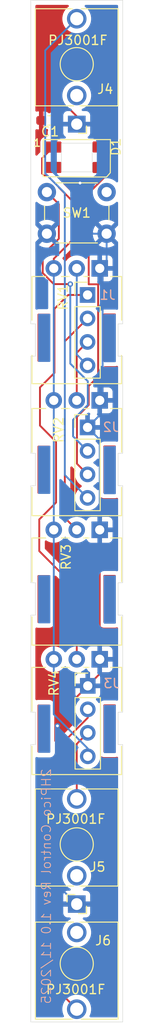
<source format=kicad_pcb>
(kicad_pcb (version 20241229) (generator "pcbnew") (generator_version "9.0")
  (layers (0 "F.Cu" signal) (2 "B.Cu" signal) (13 "F.Paste" user) (15 "B.Paste" user) (5 "F.SilkS" user "F.Silkscreen") (7 "B.SilkS" user "B.Silkscreen") (1 "F.Mask" user) (3 "B.Mask" user) (25 "Edge.Cuts" user))
  (net 0 "")
  (net 1 "+3.3V")
  (net 2 "GND")
  (net 3 "Net-(D1-DIN)")
  (net 4 "Net-(J1-Pin_4)")
  (net 5 "Net-(J1-Pin_1)")
  (net 6 "Net-(J1-Pin_3)")
  (net 7 "Net-(J1-Pin_2)")
  (net 8 "Net-(J2-Pin_2)")
  (net 9 "Net-(J2-Pin_4)")
  (net 10 "Net-(J3-Pin_3)")
  (net 11 "Net-(J3-Pin_2)")
  (footprint "Connector_PinHeader_2.54mm:PinHeader_1x04_P2.54mm_Vertical" (layer "F.Cu") (at 130.2 115.15)
    (property "Reference" "J3" (at 2.57 -0.26 0) (layer "B.SilkS") (effects (justify mirror)))
    (property "Value" "Conn_01x04_Pin")
    (fp_line (start -1.38 -1.38) (end 0 -1.38) (stroke (width 0.12)) (layer "F.SilkS"))
    (fp_line (start -1.38 0) (end -1.38 -1.38) (stroke (width 0.12)) (layer "F.SilkS"))
    (fp_line (start -1.38 1.27) (end -1.38 9) (stroke (width 0.12)) (layer "F.SilkS"))
    (fp_line (start -1.38 1.27) (end 1.38 1.27) (stroke (width 0.12)) (layer "F.SilkS"))
    (fp_line (start -1.38 9) (end 1.38 9) (stroke (width 0.12)) (layer "F.SilkS"))
    (fp_line (start 1.38 1.27) (end 1.38 9) (stroke (width 0.12)) (layer "F.SilkS"))
    (pad "1" thru_hole rect (at 0 0) (size 1.7 1.7) (drill 1) (layers "*.Cu" "*.Mask") (net 2 "GND"))
    (pad "2" thru_hole circle (at 0 2.54) (size 1.7 1.7) (drill 1) (layers "*.Cu" "*.Mask") (net 11 "Net-(J3-Pin_2)"))
    (pad "3" thru_hole circle (at 0 5.08) (size 1.7 1.7) (drill 1) (layers "*.Cu" "*.Mask") (net 10 "Net-(J3-Pin_3)"))
    (pad "4" thru_hole circle (at 0 7.62) (size 1.7 1.7) (drill 1) (layers "*.Cu" "*.Mask") (net 1 "+3.3V"))
  )
  (footprint "MyLibrary:LED_OPSCO_SK6812_MINI-E_5.0x5.0mm_P3.1mm" (layer "F.Cu") (at 128.95 57.96)
    (property "Reference" "D1" (at 4.31 -1.1 90) (layer "F.SilkS"))
    (property "Value" "SK6812E-MINI")
    (fp_line (start -3.6175 2.125) (end 3.25 2.16) (stroke (width 0.12)) (layer "F.SilkS"))
    (fp_line (start -3.61 -1.89) (end 3.715 -1.89) (stroke (width 0.12)) (layer "F.SilkS"))
    (fp_line (start -3.60263 -1.8899) (end -3.6175 2.125) (stroke (width 0.12)) (layer "F.SilkS"))
    (fp_line (start 3.29 2.16) (end 3.7 1.7) (stroke (width 0.12)) (layer "F.SilkS"))
    (fp_line (start 3.7 1.7) (end 3.715 -1.895) (stroke (width 0.12)) (layer "F.SilkS"))
    (fp_text user "1" (at -4.26 -1.53 0) (layer "F.SilkS") (effects (font (size 0.8 0.8))))
    (pad "1" smd roundrect (at -2.51 -1.08) (size 1.8 1.2) (layers "F.Cu" "F.Mask" "F.Paste") (roundrect_rratio 0.1) (net 1 "+3.3V"))
    (pad "2" smd roundrect (at -2.52 1.12) (size 1.8 1.2) (layers "F.Cu" "F.Mask" "F.Paste") (roundrect_rratio 0.1))
    (pad "3" smd roundrect (at 2.67 1.13) (size 1.8 1.2) (layers "F.Cu" "F.Mask" "F.Paste") (roundrect_rratio 0.1) (net 2 "GND"))
    (pad "4" smd roundrect (at 2.67 -1.09) (size 1.8 1.2) (layers "F.Cu" "F.Mask" "F.Paste") (roundrect_rratio 0.1) (net 3 "Net-(D1-DIN)"))
  )
  (footprint "Benjmodular:AudioJack_3.5mm" (layer "F.Cu") (at 129 138.78 180)
    (property "Reference" "J5" (at -2.26 4.04 180) (layer "F.SilkS"))
    (property "Value" "PJ3001F" (at 0.12 9.23 180) (layer "F.SilkS"))
    (fp_line (start 4.5 12.48) (end 0.5 12.48) (stroke (width 0.12)) (layer "F.SilkS"))
    (fp_line (start 4.5 1.98) (end 4.5 12.48) (stroke (width 0.12)) (layer "F.SilkS"))
    (fp_line (start 4.5 1.98) (end 0.35 1.98) (stroke (width 0.12)) (layer "F.SilkS"))
    (fp_line (start -0.35 1.98) (end -4.5 1.98) (stroke (width 0.12)) (layer "F.SilkS"))
    (fp_line (start -0.5 12.48) (end -4.5 12.48) (stroke (width 0.12)) (layer "F.SilkS"))
    (fp_line (start -1.06 -1) (end -0.2 -1) (stroke (width 0.12)) (layer "F.SilkS"))
    (fp_line (start -1.06 -1) (end -1.06 -0.2) (stroke (width 0.12)) (layer "F.SilkS"))
    (fp_line (start -4.5 1.98) (end -4.5 12.48) (stroke (width 0.12)) (layer "F.SilkS"))
    (fp_circle (center 0 6.48) (end 1.8 6.48) (stroke (width 0.12)) (fill no) (layer "F.SilkS"))
    (pad "S" thru_hole rect (at 0 0) (size 1.93 1.83) (drill 1.22) (layers "*.Cu" "*.Mask") (net 2 "GND"))
    (pad "T" thru_hole circle (at 0 11.4) (size 2.13 2.13) (drill 1.43) (layers "*.Cu" "*.Mask") (net 10 "Net-(J3-Pin_3)"))
    (pad "TN" thru_hole circle (at 0 3.1) (size 2.13 2.13) (drill 1.42) (layers "*.Cu" "*.Mask"))
  )
  (footprint "Connector_PinHeader_2.54mm:PinHeader_1x04_P2.54mm_Vertical" (layer "F.Cu") (at 130.175 72.875)
    (property "Reference" "J1" (at 2.18 0.01 0) (layer "B.SilkS") (effects (justify mirror)))
    (property "Value" "Conn_01x04_Pin")
    (fp_line (start -1.38 -1.38) (end 0 -1.38) (stroke (width 0.12)) (layer "F.SilkS"))
    (fp_line (start -1.38 0) (end -1.38 -1.38) (stroke (width 0.12)) (layer "F.SilkS"))
    (fp_line (start -1.38 1.27) (end -1.38 9) (stroke (width 0.12)) (layer "F.SilkS"))
    (fp_line (start -1.38 1.27) (end 1.38 1.27) (stroke (width 0.12)) (layer "F.SilkS"))
    (fp_line (start -1.38 9) (end 1.38 9) (stroke (width 0.12)) (layer "F.SilkS"))
    (fp_line (start 1.38 1.27) (end 1.38 9) (stroke (width 0.12)) (layer "F.SilkS"))
    (pad "1" thru_hole rect (at 0 0) (size 1.7 1.7) (drill 1) (layers "*.Cu" "*.Mask") (net 5 "Net-(J1-Pin_1)"))
    (pad "2" thru_hole circle (at 0 2.54) (size 1.7 1.7) (drill 1) (layers "*.Cu" "*.Mask") (net 7 "Net-(J1-Pin_2)"))
    (pad "3" thru_hole circle (at 0 5.08) (size 1.7 1.7) (drill 1) (layers "*.Cu" "*.Mask") (net 6 "Net-(J1-Pin_3)"))
    (pad "4" thru_hole circle (at 0 7.62) (size 1.7 1.7) (drill 1) (layers "*.Cu" "*.Mask") (net 4 "Net-(J1-Pin_4)"))
  )
  (footprint "Benjmodular:AudioJack_3.5mm" (layer "F.Cu") (at 129 54.4 180)
    (property "Reference" "J4" (at -3.1 3.78 180) (layer "F.SilkS"))
    (property "Value" "PJ3001F" (at -0.12 9.07 180) (layer "F.SilkS"))
    (fp_line (start 4.5 12.48) (end 0.5 12.48) (stroke (width 0.12)) (layer "F.SilkS"))
    (fp_line (start 4.5 1.98) (end 4.5 12.48) (stroke (width 0.12)) (layer "F.SilkS"))
    (fp_line (start 4.5 1.98) (end 0.35 1.98) (stroke (width 0.12)) (layer "F.SilkS"))
    (fp_line (start -0.35 1.98) (end -4.5 1.98) (stroke (width 0.12)) (layer "F.SilkS"))
    (fp_line (start -0.5 12.48) (end -4.5 12.48) (stroke (width 0.12)) (layer "F.SilkS"))
    (fp_line (start -1.06 -1) (end -0.2 -1) (stroke (width 0.12)) (layer "F.SilkS"))
    (fp_line (start -1.06 -1) (end -1.06 -0.2) (stroke (width 0.12)) (layer "F.SilkS"))
    (fp_line (start -4.5 1.98) (end -4.5 12.48) (stroke (width 0.12)) (layer "F.SilkS"))
    (fp_circle (center 0 6.48) (end 1.8 6.48) (stroke (width 0.12)) (fill no) (layer "F.SilkS"))
    (pad "S" thru_hole rect (at 0 0) (size 1.93 1.83) (drill 1.22) (layers "*.Cu" "*.Mask") (net 2 "GND"))
    (pad "T" thru_hole circle (at 0 11.4) (size 2.13 2.13) (drill 1.43) (layers "*.Cu" "*.Mask") (net 9 "Net-(J2-Pin_4)"))
    (pad "TN" thru_hole circle (at 0 3.1) (size 2.13 2.13) (drill 1.42) (layers "*.Cu" "*.Mask"))
  )
  (footprint "Benjmodular:Potentiometer_RV09_10HP" (layer "F.Cu") (at 131.5 112.275 -90)
    (property "Reference" "RV4" (at 2.575 4.98 270) (layer "F.SilkS"))
    (property "Value" "R_Potentiometer_US")
    (fp_rect (start 4.995 5.5425) (end 9.995 6.6675) (stroke (width 0.2)) (fill yes) (layer "F.Cu"))
    (fp_rect (start 4.98 -1.6225) (end 9.98 -0.4975) (stroke (width 0.2)) (fill yes) (layer "F.Cu"))
    (fp_rect (start 5.035 5.495) (end 9.985 6.545) (stroke (width 0.2)) (fill no) (layer "B.Cu"))
    (fp_rect (start 5.015 5.4725) (end 10.015 6.5975) (stroke (width 0.2)) (fill yes) (layer "B.Cu"))
    (fp_rect (start 5.05 -1.6525) (end 10.05 -0.5275) (stroke (width 0.2)) (fill yes) (layer "B.Cu"))
    (fp_line (start 0.88 7.37) (end 5.6 7.37) (stroke (width 0.12)) (layer "F.SilkS"))
    (fp_line (start 0.88 7.37) (end 0.88 5.88) (stroke (width 0.12)) (layer "F.SilkS"))
    (fp_line (start 9.41 7.37) (end 12.47 7.37) (stroke (width 0.12)) (layer "F.SilkS"))
    (fp_line (start 12.47 7.37) (end 12.47 -2.37) (stroke (width 0.12)) (layer "F.SilkS"))
    (fp_line (start 0.88 4.16) (end 0.88 3.33) (stroke (width 0.12)) (layer "F.SilkS"))
    (fp_line (start 0.88 1.71) (end 0.88 1.18) (stroke (width 0.12)) (layer "F.SilkS"))
    (fp_line (start 0.88 -1.19) (end 0.88 -2.37) (stroke (width 0.12)) (layer "F.SilkS"))
    (fp_line (start 9.41 -2.37) (end 12.47 -2.37) (stroke (width 0.12)) (layer "F.SilkS"))
    (fp_line (start 0.88 -2.38) (end 5.6 -2.38) (stroke (width 0.12)) (layer "F.SilkS"))
    (pad "1" thru_hole rect (at 0 0) (size 1.8 1.8) (drill 1) (layers "*.Cu" "*.Mask") (net 2 "GND"))
    (pad "2" thru_hole circle (at 0 2.5) (size 1.8 1.8) (drill 1) (layers "*.Cu" "*.Mask") (net 5 "Net-(J1-Pin_1)"))
    (pad "3" thru_hole circle (at 0 5) (size 1.8 1.8) (drill 1) (layers "*.Cu" "*.Mask") (net 1 "+3.3V"))
  )
  (footprint "Connector_PinHeader_2.54mm:PinHeader_1x04_P2.54mm_Vertical" (layer "F.Cu") (at 130.175 87.2)
    (property "Reference" "J2" (at 2.53 -0.03 0) (layer "B.SilkS") (effects (justify mirror)))
    (property "Value" "Conn_01x04_Pin")
    (fp_line (start -1.38 -1.38) (end 0 -1.38) (stroke (width 0.12)) (layer "F.SilkS"))
    (fp_line (start -1.38 0) (end -1.38 -1.38) (stroke (width 0.12)) (layer "F.SilkS"))
    (fp_line (start -1.38 1.27) (end -1.38 9) (stroke (width 0.12)) (layer "F.SilkS"))
    (fp_line (start -1.38 1.27) (end 1.38 1.27) (stroke (width 0.12)) (layer "F.SilkS"))
    (fp_line (start -1.38 9) (end 1.38 9) (stroke (width 0.12)) (layer "F.SilkS"))
    (fp_line (start 1.38 1.27) (end 1.38 9) (stroke (width 0.12)) (layer "F.SilkS"))
    (pad "1" thru_hole rect (at 0 0) (size 1.7 1.7) (drill 1) (layers "*.Cu" "*.Mask") (net 2 "GND"))
    (pad "2" thru_hole circle (at 0 2.54) (size 1.7 1.7) (drill 1) (layers "*.Cu" "*.Mask") (net 8 "Net-(J2-Pin_2)"))
    (pad "3" thru_hole circle (at 0 5.08) (size 1.7 1.7) (drill 1) (layers "*.Cu" "*.Mask") (net 3 "Net-(D1-DIN)"))
    (pad "4" thru_hole circle (at 0 7.62) (size 1.7 1.7) (drill 1) (layers "*.Cu" "*.Mask") (net 9 "Net-(J2-Pin_4)"))
  )
  (footprint "Benjmodular:Potentiometer_RV09_10HP" (layer "F.Cu") (at 131.5 84.275 -90)
    (property "Reference" "RV2" (at 3.195 4.47 90) (layer "F.SilkS"))
    (property "Value" "R_Potentiometer_US")
    (fp_rect (start 4.995 5.5425) (end 9.995 6.6675) (stroke (width 0.2)) (fill yes) (layer "F.Cu"))
    (fp_rect (start 4.98 -1.6225) (end 9.98 -0.4975) (stroke (width 0.2)) (fill yes) (layer "F.Cu"))
    (fp_rect (start 5.035 5.495) (end 9.985 6.545) (stroke (width 0.2)) (fill no) (layer "B.Cu"))
    (fp_rect (start 5.015 5.4725) (end 10.015 6.5975) (stroke (width 0.2)) (fill yes) (layer "B.Cu"))
    (fp_rect (start 5.05 -1.6525) (end 10.05 -0.5275) (stroke (width 0.2)) (fill yes) (layer "B.Cu"))
    (fp_line (start 0.88 7.37) (end 5.6 7.37) (stroke (width 0.12)) (layer "F.SilkS"))
    (fp_line (start 0.88 7.37) (end 0.88 5.88) (stroke (width 0.12)) (layer "F.SilkS"))
    (fp_line (start 9.41 7.37) (end 12.47 7.37) (stroke (width 0.12)) (layer "F.SilkS"))
    (fp_line (start 12.47 7.37) (end 12.47 -2.37) (stroke (width 0.12)) (layer "F.SilkS"))
    (fp_line (start 0.88 4.16) (end 0.88 3.33) (stroke (width 0.12)) (layer "F.SilkS"))
    (fp_line (start 0.88 1.71) (end 0.88 1.18) (stroke (width 0.12)) (layer "F.SilkS"))
    (fp_line (start 0.88 -1.19) (end 0.88 -2.37) (stroke (width 0.12)) (layer "F.SilkS"))
    (fp_line (start 9.41 -2.37) (end 12.47 -2.37) (stroke (width 0.12)) (layer "F.SilkS"))
    (fp_line (start 0.88 -2.38) (end 5.6 -2.38) (stroke (width 0.12)) (layer "F.SilkS"))
    (pad "1" thru_hole rect (at 0 0) (size 1.8 1.8) (drill 1) (layers "*.Cu" "*.Mask") (net 2 "GND"))
    (pad "2" thru_hole circle (at 0 2.5) (size 1.8 1.8) (drill 1) (layers "*.Cu" "*.Mask") (net 6 "Net-(J1-Pin_3)"))
    (pad "3" thru_hole circle (at 0 5) (size 1.8 1.8) (drill 1) (layers "*.Cu" "*.Mask") (net 1 "+3.3V"))
  )
  (footprint "Benjmodular:Potentiometer_RV09_10HP" (layer "F.Cu") (at 131.5 98.275 -90)
    (property "Reference" "RV3" (at 2.945 3.66 90) (layer "F.SilkS"))
    (property "Value" "R_Potentiometer_US")
    (fp_rect (start 4.995 5.5425) (end 9.995 6.6675) (stroke (width 0.2)) (fill yes) (layer "F.Cu"))
    (fp_rect (start 4.98 -1.6225) (end 9.98 -0.4975) (stroke (width 0.2)) (fill yes) (layer "F.Cu"))
    (fp_rect (start 5.035 5.495) (end 9.985 6.545) (stroke (width 0.2)) (fill no) (layer "B.Cu"))
    (fp_rect (start 5.015 5.4725) (end 10.015 6.5975) (stroke (width 0.2)) (fill yes) (layer "B.Cu"))
    (fp_rect (start 5.05 -1.6525) (end 10.05 -0.5275) (stroke (width 0.2)) (fill yes) (layer "B.Cu"))
    (fp_line (start 0.88 7.37) (end 5.6 7.37) (stroke (width 0.12)) (layer "F.SilkS"))
    (fp_line (start 0.88 7.37) (end 0.88 5.88) (stroke (width 0.12)) (layer "F.SilkS"))
    (fp_line (start 9.41 7.37) (end 12.47 7.37) (stroke (width 0.12)) (layer "F.SilkS"))
    (fp_line (start 12.47 7.37) (end 12.47 -2.37) (stroke (width 0.12)) (layer "F.SilkS"))
    (fp_line (start 0.88 4.16) (end 0.88 3.33) (stroke (width 0.12)) (layer "F.SilkS"))
    (fp_line (start 0.88 1.71) (end 0.88 1.18) (stroke (width 0.12)) (layer "F.SilkS"))
    (fp_line (start 0.88 -1.19) (end 0.88 -2.37) (stroke (width 0.12)) (layer "F.SilkS"))
    (fp_line (start 9.41 -2.37) (end 12.47 -2.37) (stroke (width 0.12)) (layer "F.SilkS"))
    (fp_line (start 0.88 -2.38) (end 5.6 -2.38) (stroke (width 0.12)) (layer "F.SilkS"))
    (pad "1" thru_hole rect (at 0 0) (size 1.8 1.8) (drill 1) (layers "*.Cu" "*.Mask") (net 2 "GND"))
    (pad "2" thru_hole circle (at 0 2.5) (size 1.8 1.8) (drill 1) (layers "*.Cu" "*.Mask") (net 7 "Net-(J1-Pin_2)"))
    (pad "3" thru_hole circle (at 0 5) (size 1.8 1.8) (drill 1) (layers "*.Cu" "*.Mask") (net 1 "+3.3V"))
  )
  (footprint "Capacitor_SMD:C_0603_1608Metric_Pad1.08x0.95mm_HandSolder" (layer "F.Cu") (at 126 54 180)
    (property "Reference" "C1" (at -0.1 -1.21 0) (layer "F.SilkS"))
    (property "Value" ".1u")
    (fp_line (start -0.146267 0.51) (end 0.146267 0.51) (stroke (width 0.12)) (layer "F.SilkS"))
    (fp_line (start -0.146267 -0.51) (end 0.146267 -0.51) (stroke (width 0.12)) (layer "F.SilkS"))
    (pad "1" smd roundrect (at -0.8625 0 180) (size 1.075 0.95) (layers "F.Cu" "F.Mask" "F.Paste") (net 1 "+3.3V"))
    (pad "2" smd roundrect (at 0.8625 0 180) (size 1.075 0.95) (layers "F.Cu" "F.Mask" "F.Paste") (net 2 "GND"))
  )
  (footprint "Benjmodular:Potentiometer_RV09_10HP" (layer "F.Cu") (at 131.5 70 -90)
    (property "Reference" "RV1" (at 3.13 4 90) (layer "F.SilkS"))
    (property "Value" "R_Potentiometer_US")
    (fp_rect (start 4.995 5.5425) (end 9.995 6.6675) (stroke (width 0.2)) (fill yes) (layer "F.Cu"))
    (fp_rect (start 4.98 -1.6225) (end 9.98 -0.4975) (stroke (width 0.2)) (fill yes) (layer "F.Cu"))
    (fp_rect (start 5.035 5.495) (end 9.985 6.545) (stroke (width 0.2)) (fill no) (layer "B.Cu"))
    (fp_rect (start 5.015 5.4725) (end 10.015 6.5975) (stroke (width 0.2)) (fill yes) (layer "B.Cu"))
    (fp_rect (start 5.05 -1.6525) (end 10.05 -0.5275) (stroke (width 0.2)) (fill yes) (layer "B.Cu"))
    (fp_line (start 0.88 7.37) (end 5.6 7.37) (stroke (width 0.12)) (layer "F.SilkS"))
    (fp_line (start 0.88 7.37) (end 0.88 5.88) (stroke (width 0.12)) (layer "F.SilkS"))
    (fp_line (start 9.41 7.37) (end 12.47 7.37) (stroke (width 0.12)) (layer "F.SilkS"))
    (fp_line (start 12.47 7.37) (end 12.47 -2.37) (stroke (width 0.12)) (layer "F.SilkS"))
    (fp_line (start 0.88 4.16) (end 0.88 3.33) (stroke (width 0.12)) (layer "F.SilkS"))
    (fp_line (start 0.88 1.71) (end 0.88 1.18) (stroke (width 0.12)) (layer "F.SilkS"))
    (fp_line (start 0.88 -1.19) (end 0.88 -2.37) (stroke (width 0.12)) (layer "F.SilkS"))
    (fp_line (start 9.41 -2.37) (end 12.47 -2.37) (stroke (width 0.12)) (layer "F.SilkS"))
    (fp_line (start 0.88 -2.38) (end 5.6 -2.38) (stroke (width 0.12)) (layer "F.SilkS"))
    (pad "1" thru_hole rect (at 0 0) (size 1.8 1.8) (drill 1) (layers "*.Cu" "*.Mask") (net 2 "GND"))
    (pad "2" thru_hole circle (at 0 2.5) (size 1.8 1.8) (drill 1) (layers "*.Cu" "*.Mask") (net 4 "Net-(J1-Pin_4)"))
    (pad "3" thru_hole circle (at 0 5) (size 1.8 1.8) (drill 1) (layers "*.Cu" "*.Mask") (net 1 "+3.3V"))
  )
  (footprint "Benjmodular:AudioJack_3.5mm" (layer "F.Cu") (at 129 138.72)
    (property "Reference" "J6" (at 2.87 3.98 0) (layer "F.SilkS"))
    (property "Value" "PJ3001F" (at -0.12 9.26 0) (layer "F.SilkS"))
    (fp_line (start -4.5 1.98) (end -4.5 12.48) (stroke (width 0.12)) (layer "F.SilkS"))
    (fp_line (start -1.06 -1) (end -1.06 -0.2) (stroke (width 0.12)) (layer "F.SilkS"))
    (fp_line (start -1.06 -1) (end -0.2 -1) (stroke (width 0.12)) (layer "F.SilkS"))
    (fp_line (start -0.5 12.48) (end -4.5 12.48) (stroke (width 0.12)) (layer "F.SilkS"))
    (fp_line (start -0.35 1.98) (end -4.5 1.98) (stroke (width 0.12)) (layer "F.SilkS"))
    (fp_line (start 4.5 1.98) (end 0.35 1.98) (stroke (width 0.12)) (layer "F.SilkS"))
    (fp_line (start 4.5 1.98) (end 4.5 12.48) (stroke (width 0.12)) (layer "F.SilkS"))
    (fp_line (start 4.5 12.48) (end 0.5 12.48) (stroke (width 0.12)) (layer "F.SilkS"))
    (fp_circle (center 0 6.48) (end 1.8 6.48) (stroke (width 0.12)) (fill no) (layer "F.SilkS"))
    (pad "S" thru_hole rect (at 0 0 180) (size 1.93 1.83) (drill 1.22) (layers "*.Cu" "*.Mask") (net 2 "GND"))
    (pad "T" thru_hole circle (at 0 11.4 180) (size 2.13 2.13) (drill 1.43) (layers "*.Cu" "*.Mask") (net 11 "Net-(J3-Pin_2)"))
    (pad "TN" thru_hole circle (at 0 3.1 180) (size 2.13 2.13) (drill 1.42) (layers "*.Cu" "*.Mask"))
  )
  (footprint "Button_Switch_THT:SW_PUSH_6mm" (layer "F.Cu") (at 132.25 66.25 180)
    (property "Reference" "SW1" (at 3.25 2.25 0) (layer "F.SilkS"))
    (property "Value" "SW_SPST")
    (fp_line (start 6.75 3) (end 6.75 1.5) (stroke (width 0.12)) (layer "F.SilkS"))
    (fp_line (start 5.5 -1) (end 1 -1) (stroke (width 0.12)) (layer "F.SilkS"))
    (fp_line (start 1 5.5) (end 5.5 5.5) (stroke (width 0.12)) (layer "F.SilkS"))
    (fp_line (start -0.25 1.5) (end -0.25 3) (stroke (width 0.12)) (layer "F.SilkS"))
    (pad "1" thru_hole circle (at 0 0 270) (size 2 2) (drill 1.1) (layers "*.Cu" "*.Mask") (net 2 "GND"))
    (pad "1" thru_hole circle (at 6.5 0 270) (size 2 2) (drill 1.1) (layers "*.Cu" "*.Mask") (net 2 "GND"))
    (pad "2" thru_hole circle (at 0 4.5 270) (size 2 2) (drill 1.1) (layers "*.Cu" "*.Mask") (net 8 "Net-(J2-Pin_2)"))
    (pad "2" thru_hole circle (at 6.5 4.5 270) (size 2 2) (drill 1.1) (layers "*.Cu" "*.Mask") (net 8 "Net-(J2-Pin_2)"))
  )
  (gr_line (start 134 90) (end 133.5 90) (stroke (width 0.05)) (layer "Edge.Cuts"))
  (gr_line (start 133.5 104) (end 134 104) (stroke (width 0.05)) (layer "Edge.Cuts"))
  (gr_line (start 124 151.5) (end 124 121.5) (stroke (width 0.05)) (layer "Edge.Cuts"))
  (gr_line (start 133.5 79.5) (end 134 79.5) (stroke (width 0.05)) (layer "Edge.Cuts"))
  (gr_line (start 124 121.5) (end 124.5 121.5) (stroke (width 0.05)) (layer "Edge.Cuts"))
  (gr_line (start 134 151.5) (end 124 151.5) (stroke (width 0.05)) (layer "Edge.Cuts"))
  (gr_line (start 124 41) (end 134 41) (stroke (width 0.05)) (layer "Edge.Cuts"))
  (gr_line (start 124.5 121.5) (end 124.5 118) (stroke (width 0.05)) (layer "Edge.Cuts"))
  (gr_line (start 124 107.5) (end 124.5 107.5) (stroke (width 0.05)) (layer "Edge.Cuts"))
  (gr_line (start 124.5 93.5) (end 124.5 90) (stroke (width 0.05)) (layer "Edge.Cuts"))
  (gr_line (start 124.5 79.5) (end 124.5 76) (stroke (width 0.05)) (layer "Edge.Cuts"))
  (gr_line (start 133.5 104) (end 133.5 107.5) (stroke (width 0.05)) (layer "Edge.Cuts"))
  (gr_line (start 134 41) (end 134 76) (stroke (width 0.05)) (layer "Edge.Cuts"))
  (gr_line (start 124 90) (end 124 79.5) (stroke (width 0.05)) (layer "Edge.Cuts"))
  (gr_line (start 124.5 104) (end 124 104) (stroke (width 0.05)) (layer "Edge.Cuts"))
  (gr_line (start 133.5 90) (end 133.5 93.5) (stroke (width 0.05)) (layer "Edge.Cuts"))
  (gr_line (start 134 107.5) (end 134 118) (stroke (width 0.05)) (layer "Edge.Cuts"))
  (gr_line (start 134 79.5) (end 134 89) (stroke (width 0.05)) (layer "Edge.Cuts"))
  (gr_rect (start 127.33 56.46) (end 130.68 59.56) (stroke (width 0.05)) (fill no) (layer "Edge.Cuts"))
  (gr_line (start 133.5 76) (end 133.5 79.5) (stroke (width 0.05)) (layer "Edge.Cuts"))
  (gr_line (start 133.5 107.5) (end 134 107.5) (stroke (width 0.05)) (layer "Edge.Cuts"))
  (gr_line (start 124 104) (end 124 93.5) (stroke (width 0.05)) (layer "Edge.Cuts"))
  (gr_line (start 133.5 93.5) (end 134 93.5) (stroke (width 0.05)) (layer "Edge.Cuts"))
  (gr_line (start 124 118) (end 124 107.5) (stroke (width 0.05)) (layer "Edge.Cuts"))
  (gr_line (start 134 121.5) (end 134 151.5) (stroke (width 0.05)) (layer "Edge.Cuts"))
  (gr_line (start 124 79.5) (end 124.5 79.5) (stroke (width 0.05)) (layer "Edge.Cuts"))
  (gr_line (start 133.5 118) (end 133.5 121.5) (stroke (width 0.05)) (layer "Edge.Cuts"))
  (gr_line (start 134 93.5) (end 134 104) (stroke (width 0.05)) (layer "Edge.Cuts"))
  (gr_line (start 133.5 121.5) (end 134 121.5) (stroke (width 0.05)) (layer "Edge.Cuts"))
  (gr_line (start 124.5 107.5) (end 124.5 104) (stroke (width 0.05)) (layer "Edge.Cuts"))
  (gr_line (start 124.5 90) (end 124 90) (stroke (width 0.05)) (layer "Edge.Cuts"))
  (gr_line (start 124 76) (end 124 41) (stroke (width 0.05)) (layer "Edge.Cuts"))
  (gr_line (start 124 93.5) (end 124.5 93.5) (stroke (width 0.05)) (layer "Edge.Cuts"))
  (gr_line (start 124.5 76) (end 124 76) (stroke (width 0.05)) (layer "Edge.Cuts"))
  (gr_line (start 134 118) (end 133.5 118) (stroke (width 0.05)) (layer "Edge.Cuts"))
  (gr_line (start 134 89) (end 134 90) (stroke (width 0.05)) (layer "Edge.Cuts"))
  (gr_line (start 134 76) (end 133.5 76) (stroke (width 0.05)) (layer "Edge.Cuts"))
  (gr_line (start 124.5 118) (end 124 118) (stroke (width 0.05)) (layer "Edge.Cuts"))
  (gr_text "2HPico Control Rev 1.0 11/2025" (at 126.275 124.025 90) (layer "B.SilkS") (effects (font (size 1 1) (thickness 0.1)) (justify left bottom mirror)))
  (segment (start 125.229 59.737708) (end 125.229 58.091) (width 0.2) (layer "F.Cu") (net 1))
  (segment (start 126.44 55.3025) (end 126.61 55.1325) (width 0.2) (layer "F.Cu") (net 1))
  (segment (start 126.61 54.2525) (end 126.8625 54) (width 0.2) (layer "F.Cu") (net 1))
  (segment (start 125.820892 59.981) (end 125.472292 59.981) (width 0.2) (layer "F.Cu") (net 1))
  (segment (start 126.5 70) (end 127.051 69.449) (width 0.2) (layer "F.Cu") (net 1))
  (segment (start 125.472292 59.981) (end 125.229 59.737708) (width 0.2) (layer "F.Cu") (net 1))
  (segment (start 125.229 58.091) (end 126.44 56.88) (width 0.2) (layer "F.Cu") (net 1))
  (segment (start 126.5 68.96) (end 128.83 66.63) (width 0.2) (layer "F.Cu") (net 1))
  (segment (start 130.35 122.74) (end 130.27 122.74) (width 0.2) (layer "F.Cu") (net 1))
  (segment (start 128.83 66.63) (end 128.83 63.02) (width 0.2) (layer "F.Cu") (net 1))
  (segment (start 126.61 55.1325) (end 126.61 54.2525) (width 0.2) (layer "F.Cu") (net 1))
  (segment (start 127.051 61.241) (end 127.051 61.211108) (width 0.2) (layer "F.Cu") (net 1))
  (segment (start 126.44 56.88) (end 126.44 55.3025) (width 0.2) (layer "F.Cu") (net 1))
  (segment (start 126.5 70) (end 126.5 68.96) (width 0.2) (layer "F.Cu") (net 1))
  (segment (start 127.051 61.211108) (end 125.820892 59.981) (width 0.2) (layer "F.Cu") (net 1))
  (segment (start 128.83 63.02) (end 127.051 61.241) (width 0.2) (layer "F.Cu") (net 1))
  (segment (start 126.46 70) (end 126.3 70.16) (width 0.2) (layer "B.Cu") (net 1))
  (segment (start 126.5 98.275) (end 126.5 112.275) (width 0.2) (layer "B.Cu") (net 1))
  (segment (start 126.5 70) (end 126.46 70) (width 0.2) (layer "B.Cu") (net 1))
  (segment (start 126.5 98.275) (end 126.5 84.275) (width 0.2) (layer "B.Cu") (net 1))
  (segment (start 126.5 84.275) (end 126.5 70) (width 0.2) (layer "B.Cu") (net 1))
  (segment (start 130.2 121.925057) (end 126.5 118.225057) (width 0.2) (layer "B.Cu") (net 1))
  (segment (start 130.2 122.77) (end 130.2 121.925057) (width 0.2) (layer "B.Cu") (net 1))
  (segment (start 126.5 118.225057) (end 126.5 112.275) (width 0.2) (layer "B.Cu") (net 1))
  (segment (start 130.2 115.15) (end 126.9 118.45) (width 0.2) (layer "F.Cu") (net 2))
  (segment (start 129 53.55) (end 128.28 52.83) (width 0.2) (layer "F.Cu") (net 2))
  (segment (start 128.27 52.84) (end 125.37 52.84) (width 0.2) (layer "F.Cu") (net 2))
  (segment (start 125.37 52.84) (end 125.1375 53.0725) (width 0.2) (layer "F.Cu") (net 2))
  (segment (start 131.5 112.275) (end 131.5 113.85) (width 0.2) (layer "F.Cu") (net 2))
  (segment (start 131.5 98.275) (end 131.5 112.275) (width 0.2) (layer "F.Cu") (net 2))
  (segment (start 128.28 52.83) (end 128.27 52.84) (width 0.2) (layer "F.Cu") (net 2))
  (segment (start 130.54 60.77) (end 129.36 60.77) (width 0.2) (layer "F.Cu") (net 2))
  (segment (start 131.62 59.09) (end 131.62 59.69) (width 0.2) (layer "F.Cu") (net 2))
  (segment (start 126.9 118.45) (end 126.9 119.475) (width 0.2) (layer "F.Cu") (net 2))
  (segment (start 131.62 59.69) (end 130.54 60.77) (width 0.2) (layer "F.Cu") (net 2))
  (segment (start 129 54.4) (end 129 53.55) (width 0.2) (layer "F.Cu") (net 2))
  (segment (start 125.1375 53.0725) (end 125.1375 54) (width 0.2) (layer "F.Cu") (net 2))
  (segment (start 131.5 113.85) (end 130.2 115.15) (width 0.2) (layer "F.Cu") (net 2))
  (via (at 129.36 60.77) (size 0.6) (drill 0.3) (layers "F.Cu" "B.Cu") (net 2))
  (via (at 126.9 119.475) (size 0.6) (drill 0.3) (layers "F.Cu" "B.Cu") (net 2))
  (segment (start 132.25 66.25) (end 132.25 69.25) (width 0.2) (layer "B.Cu") (net 2))
  (segment (start 132.25 69.25) (end 131.5 70) (width 0.2) (layer "B.Cu") (net 2))
  (segment (start 131.5 98.275) (end 131.5 88.525) (width 0.2) (layer "B.Cu") (net 2))
  (segment (start 131.5 70) (end 131.8165 70.3165) (width 0.2) (layer "B.Cu") (net 2))
  (segment (start 131.34 54.4) (end 132.33 55.39) (width 0.2) (layer "B.Cu") (net 2))
  (segment (start 131.25 60.77) (end 129.36 60.77) (width 0.2) (layer "B.Cu") (net 2))
  (segment (start 131.8165 70.3165) (end 131.8165 83.9585) (width 0.2) (layer "B.Cu") (net 2))
  (segment (start 131.8165 83.9585) (end 131.5 84.275) (width 0.2) (layer "B.Cu") (net 2))
  (segment (start 132.33 59.69) (end 131.25 60.77) (width 0.2) (layer "B.Cu") (net 2))
  (segment (start 131.5 85.875) (end 130.175 87.2) (width 0.2) (layer "B.Cu") (net 2))
  (segment (start 129 54.4) (end 131.34 54.4) (width 0.2) (layer "B.Cu") (net 2))
  (segment (start 126.9 119.475) (end 126.775 119.6) (width 0.2) (layer "B.Cu") (net 2))
  (segment (start 131.5 84.275) (end 131.5 85.875) (width 0.2) (layer "B.Cu") (net 2))
  (segment (start 126.775 119.6) (end 126.775 136.555) (width 0.2) (layer "B.Cu") (net 2))
  (segment (start 126.775 136.555) (end 129 138.78) (width 0.2) (layer "B.Cu") (net 2))
  (segment (start 130.78 66.25) (end 132.25 66.25) (width 0.2) (layer "B.Cu") (net 2))
  (segment (start 132.33 55.39) (end 132.33 59.69) (width 0.2) (layer "B.Cu") (net 2))
  (segment (start 129 54.4) (end 128.54 54.4) (width 0.2) (layer "B.Cu") (net 2))
  (segment (start 129.36 64.83) (end 130.78 66.25) (width 0.2) (layer "B.Cu") (net 2))
  (segment (start 131.5 88.525) (end 130.175 87.2) (width 0.2) (layer "B.Cu") (net 2))
  (segment (start 129.36 60.77) (end 129.36 64.83) (width 0.2) (layer "B.Cu") (net 2))
  (segment (start 129.024 91.129) (end 130.175 92.28) (width 0.2) (layer "F.Cu") (net 3))
  (segment (start 131.326 71.724) (end 131.326 81.699) (width 0.2) (layer "F.Cu") (net 3))
  (segment (start 132.577708 59.991) (end 132.169108 59.991) (width 0.2) (layer "F.Cu") (net 3))
  (segment (start 132.821 59.747708) (end 132.577708 59.991) (width 0.2) (layer "F.Cu") (net 3))
  (segment (start 130.299 84.774) (end 129.024 86.049) (width 0.2) (layer "F.Cu") (net 3))
  (segment (start 131.326 81.699) (end 130.299 82.726) (width 0.2) (layer "F.Cu") (net 3))
  (segment (start 132.821 58.071) (end 132.821 59.747708) (width 0.2) (layer "F.Cu") (net 3))
  (segment (start 130.299 82.726) (end 130.299 84.774) (width 0.2) (layer "F.Cu") (net 3))
  (segment (start 130.299 61.861108) (end 130.299 71.724) (width 0.2) (layer "F.Cu") (net 3))
  (segment (start 130.299 71.724) (end 131.326 71.724) (width 0.2) (layer "F.Cu") (net 3))
  (segment (start 132.169108 59.991) (end 130.299 61.861108) (width 0.2) (layer "F.Cu") (net 3))
  (segment (start 131.62 56.87) (end 132.821 58.071) (width 0.2) (layer "F.Cu") (net 3))
  (segment (start 129.024 86.049) (end 129.024 91.129) (width 0.2) (layer "F.Cu") (net 3))
  (segment (start 129 79.32) (end 129 70) (width 0.2) (layer "B.Cu") (net 4))
  (segment (start 130.175 80.495) (end 129 79.32) (width 0.2) (layer "B.Cu") (net 4))
  (segment (start 129 104.65) (end 129 112.275) (width 0.2) (layer "F.Cu") (net 5))
  (segment (start 126.575 81.3) (end 125 82.875) (width 0.2) (layer "F.Cu") (net 5))
  (segment (start 130.175 72.875) (end 128.075 72.875) (width 0.2) (layer "F.Cu") (net 5))
  (segment (start 126.575 74.375) (end 126.575 81.3) (width 0.2) (layer "F.Cu") (net 5))
  (segment (start 124.925 100.575) (end 129 104.65) (width 0.2) (layer "F.Cu") (net 5))
  (segment (start 126.75 88.75) (end 126.75 95.325) (width 0.2) (layer "F.Cu") (net 5))
  (segment (start 124.925 97.15) (end 124.925 100.575) (width 0.2) (layer "F.Cu") (net 5))
  (segment (start 128.075 72.875) (end 126.575 74.375) (width 0.2) (layer "F.Cu") (net 5))
  (segment (start 129.52 111.755) (end 129 112.275) (width 0.2) (layer "F.Cu") (net 5))
  (segment (start 125 87) (end 126.75 88.75) (width 0.2) (layer "F.Cu") (net 5))
  (segment (start 125 82.875) (end 125 87) (width 0.2) (layer "F.Cu") (net 5))
  (segment (start 126.75 95.325) (end 124.925 97.15) (width 0.2) (layer "F.Cu") (net 5))
  (segment (start 129 79.13) (end 129 84.275) (width 0.2) (layer "F.Cu") (net 6))
  (segment (start 130.175 77.955) (end 129 79.13) (width 0.2) (layer "F.Cu") (net 6))
  (segment (start 127.701 77.889) (end 127.701 96.976) (width 0.2) (layer "F.Cu") (net 7))
  (segment (start 130.175 75.415) (end 127.701 77.889) (width 0.2) (layer "F.Cu") (net 7))
  (segment (start 127.701 96.976) (end 129 98.275) (width 0.2) (layer "F.Cu") (net 7))
  (segment (start 126.501529 71.7) (end 125.299 70.497471) (width 0.2) (layer "F.Cu") (net 8))
  (segment (start 128.3 71.7) (end 126.501529 71.7) (width 0.2) (layer "F.Cu") (net 8))
  (segment (start 125.299 68.540892) (end 127.051 66.788892) (width 0.2) (layer "F.Cu") (net 8))
  (segment (start 127.051 63.051) (end 125.75 61.75) (width 0.2) (layer "F.Cu") (net 8))
  (segment (start 127.051 66.788892) (end 127.051 63.051) (width 0.2) (layer "F.Cu") (net 8))
  (segment (start 125.299 70.497471) (end 125.299 68.540892) (width 0.2) (layer "F.Cu") (net 8))
  (via (at 128.3 71.7) (size 0.6) (drill 0.3) (layers "F.Cu" "B.Cu") (net 8))
  (segment (start 130.201 82.201) (end 128.3 80.3) (width 0.2) (layer "B.Cu") (net 8))
  (segment (start 130.201 84.772471) (end 130.201 82.201) (width 0.2) (layer "B.Cu") (net 8))
  (segment (start 128.6 86.373471) (end 130.201 84.772471) (width 0.2) (layer "B.Cu") (net 8))
  (segment (start 128.3 80.3) (end 128.3 71.7) (width 0.2) (layer "B.Cu") (net 8))
  (segment (start 130.175 89.74) (end 128.6 88.165) (width 0.2) (layer "B.Cu") (net 8))
  (segment (start 128.6 88.165) (end 128.6 86.373471) (width 0.2) (layer "B.Cu") (net 8))
  (segment (start 130.175 94.82) (end 127.7 92.345) (width 0.2) (layer "B.Cu") (net 9))
  (segment (start 125.569 46.431) (end 129 43) (width 0.2) (layer "B.Cu") (net 9))
  (segment (start 125.569 59.729108) (end 125.569 46.431) (width 0.2) (layer "B.Cu") (net 9))
  (segment (start 127.7 61.860108) (end 125.569 59.729108) (width 0.2) (layer "B.Cu") (net 9))
  (segment (start 127.7 92.345) (end 127.7 61.860108) (width 0.2) (layer "B.Cu") (net 9))
  (segment (start 129 127.38) (end 129 121.43) (width 0.2) (layer "F.Cu") (net 10))
  (segment (start 129 121.43) (end 130.2 120.23) (width 0.2) (layer "F.Cu") (net 10))
  (segment (start 126.85 121.95224) (end 130.2 118.60224) (width 0.2) (layer "F.Cu") (net 11))
  (segment (start 130.2 118.60224) (end 130.2 117.69) (width 0.2) (layer "F.Cu") (net 11))
  (segment (start 129 150.12) (end 126.85 147.97) (width 0.2) (layer "F.Cu") (net 11))
  (segment (start 126.85 147.97) (end 126.85 121.95224) (width 0.2) (layer "F.Cu") (net 11))
  (zone (net 2) (net_name "GND") (layer "F.Cu") (connect_pads (clearance 0.5)) (min_thickness 0.25) (fill yes (thermal_gap 0.5) (thermal_bridge_width 0.5))
    (polygon (pts (xy 124 41.45) (xy 134.025 41.475) (xy 134 151.7) (xy 124 151.7) (xy 124 41.425)))
  )
  (zone (net 2) (net_name "GND") (layer "B.Cu") (priority 1) (connect_pads (clearance 0.5)) (min_thickness 0.25) (fill yes (thermal_gap 0.5) (thermal_bridge_width 0.5))
    (polygon (pts (xy 124 41.425) (xy 134.025 41.425) (xy 134 151.7) (xy 124 151.7)))
  )
)
</source>
